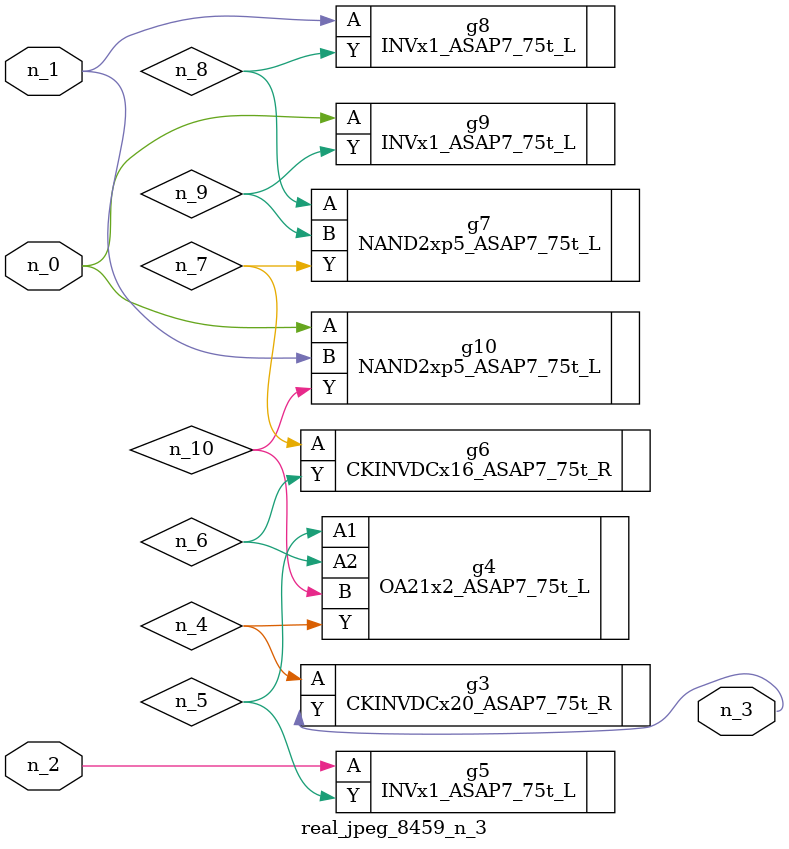
<source format=v>
module real_jpeg_8459_n_3 (n_1, n_0, n_2, n_3);

input n_1;
input n_0;
input n_2;

output n_3;

wire n_5;
wire n_4;
wire n_8;
wire n_6;
wire n_7;
wire n_10;
wire n_9;

INVx1_ASAP7_75t_L g9 ( 
.A(n_0),
.Y(n_9)
);

NAND2xp5_ASAP7_75t_L g10 ( 
.A(n_0),
.B(n_1),
.Y(n_10)
);

INVx1_ASAP7_75t_L g8 ( 
.A(n_1),
.Y(n_8)
);

INVx1_ASAP7_75t_L g5 ( 
.A(n_2),
.Y(n_5)
);

CKINVDCx20_ASAP7_75t_R g3 ( 
.A(n_4),
.Y(n_3)
);

OA21x2_ASAP7_75t_L g4 ( 
.A1(n_5),
.A2(n_6),
.B(n_10),
.Y(n_4)
);

CKINVDCx16_ASAP7_75t_R g6 ( 
.A(n_7),
.Y(n_6)
);

NAND2xp5_ASAP7_75t_L g7 ( 
.A(n_8),
.B(n_9),
.Y(n_7)
);


endmodule
</source>
